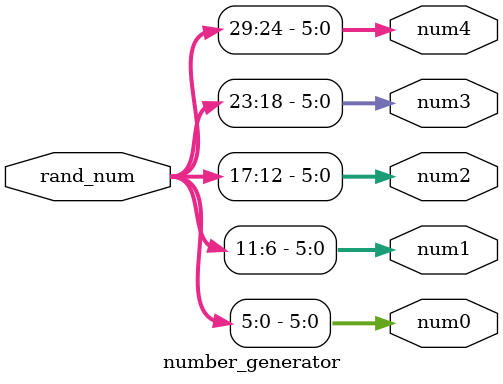
<source format=v>
module number_generator(num0,
                        num1,
                        num2,
                        num3,
                        num4,
                        rand_num);
    
    output [5:0]  num0, num1, num2, num3, num4;
    input  [29:0] rand_num;

    assign num0 = rand_num[5:0];
    assign num1 = rand_num[11:6];
    assign num2 = rand_num[17:12];
    assign num3 = rand_num[23:18];
    assign num4 = rand_num[29:24];

endmodule

</source>
